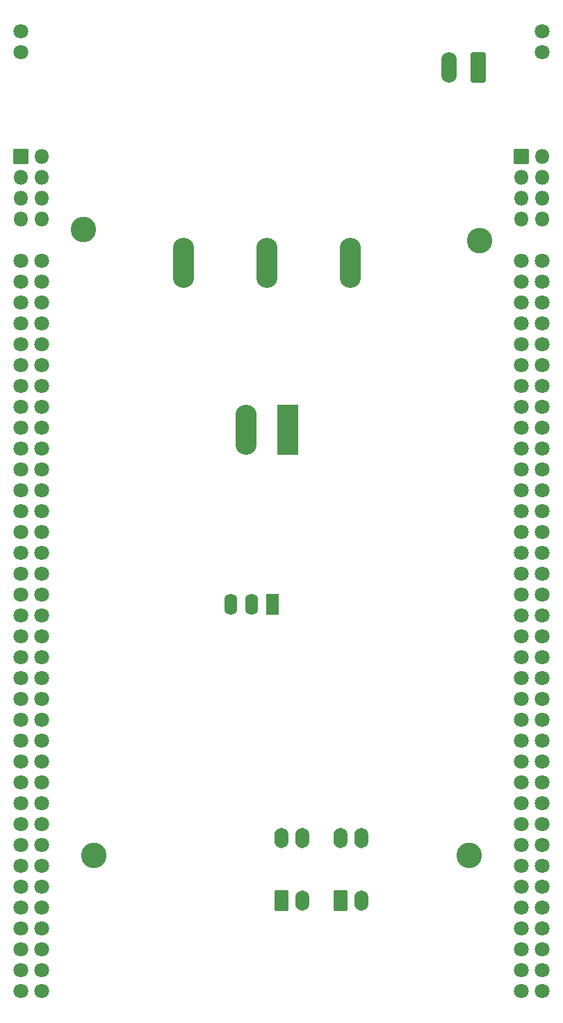
<source format=gbr>
%TF.GenerationSoftware,KiCad,Pcbnew,(6.0.7-1)-1*%
%TF.CreationDate,2022-08-23T12:38:48-05:00*%
%TF.ProjectId,NR1B-Power,4e523142-2d50-46f7-9765-722e6b696361,rev?*%
%TF.SameCoordinates,Original*%
%TF.FileFunction,Soldermask,Bot*%
%TF.FilePolarity,Negative*%
%FSLAX46Y46*%
G04 Gerber Fmt 4.6, Leading zero omitted, Abs format (unit mm)*
G04 Created by KiCad (PCBNEW (6.0.7-1)-1) date 2022-08-23 12:38:48*
%MOMM*%
%LPD*%
G01*
G04 APERTURE LIST*
G04 Aperture macros list*
%AMRoundRect*
0 Rectangle with rounded corners*
0 $1 Rounding radius*
0 $2 $3 $4 $5 $6 $7 $8 $9 X,Y pos of 4 corners*
0 Add a 4 corners polygon primitive as box body*
4,1,4,$2,$3,$4,$5,$6,$7,$8,$9,$2,$3,0*
0 Add four circle primitives for the rounded corners*
1,1,$1+$1,$2,$3*
1,1,$1+$1,$4,$5*
1,1,$1+$1,$6,$7*
1,1,$1+$1,$8,$9*
0 Add four rect primitives between the rounded corners*
20,1,$1+$1,$2,$3,$4,$5,0*
20,1,$1+$1,$4,$5,$6,$7,0*
20,1,$1+$1,$6,$7,$8,$9,0*
20,1,$1+$1,$8,$9,$2,$3,0*%
G04 Aperture macros list end*
%ADD10RoundRect,0.050800X-0.850000X-0.850000X0.850000X-0.850000X0.850000X0.850000X-0.850000X0.850000X0*%
%ADD11O,1.801600X1.801600*%
%ADD12RoundRect,0.050800X0.800000X-1.200000X0.800000X1.200000X-0.800000X1.200000X-0.800000X-1.200000X0*%
%ADD13O,1.701600X2.501600*%
%ADD14C,3.101600*%
%ADD15C,1.801600*%
%ADD16RoundRect,0.050800X0.750000X1.250000X-0.750000X1.250000X-0.750000X-1.250000X0.750000X-1.250000X0*%
%ADD17O,1.601600X2.601600*%
%ADD18RoundRect,0.050800X-1.250000X3.000000X-1.250000X-3.000000X1.250000X-3.000000X1.250000X3.000000X0*%
%ADD19O,2.601600X6.101600*%
%ADD20RoundRect,0.300800X0.650000X1.550000X-0.650000X1.550000X-0.650000X-1.550000X0.650000X-1.550000X0*%
%ADD21O,1.901600X3.701600*%
G04 APERTURE END LIST*
D10*
%TO.C,J2*%
X163000000Y-99300000D03*
D11*
X165540000Y-99300000D03*
X163000000Y-101840000D03*
X165540000Y-101840000D03*
X163000000Y-104380000D03*
X165540000Y-104380000D03*
X163000000Y-106920000D03*
X165540000Y-106920000D03*
%TD*%
D12*
%TO.C,U4*%
X194725000Y-189825000D03*
D13*
X197265000Y-189825000D03*
X197265000Y-182205000D03*
X194725000Y-182205000D03*
%TD*%
D14*
%TO.C,X1*%
X218900000Y-109500000D03*
X217600000Y-184400000D03*
X171890000Y-184390000D03*
X170620000Y-108190000D03*
D15*
X163000000Y-112000000D03*
X165540000Y-112000000D03*
X163000000Y-114540000D03*
X165540000Y-114540000D03*
X163000000Y-117080000D03*
X165540000Y-117080000D03*
X163000000Y-119620000D03*
X165540000Y-119620000D03*
X163000000Y-122160000D03*
X165540000Y-122160000D03*
X163000000Y-124700000D03*
X165540000Y-124700000D03*
X163000000Y-127240000D03*
X165540000Y-127240000D03*
X163000000Y-129780000D03*
X165540000Y-129780000D03*
X163000000Y-132320000D03*
X165540000Y-132320000D03*
X163000000Y-134860000D03*
X165540000Y-134860000D03*
X163000000Y-137400000D03*
X165540000Y-137400000D03*
X163000000Y-139940000D03*
X165540000Y-139940000D03*
X163000000Y-142480000D03*
X165540000Y-142480000D03*
X163000000Y-145020000D03*
X165540000Y-145020000D03*
X163000000Y-147560000D03*
X165540000Y-147560000D03*
X163000000Y-150100000D03*
X165540000Y-150100000D03*
X163000000Y-152640000D03*
X165540000Y-152640000D03*
X163000000Y-155180000D03*
X165540000Y-155180000D03*
X163000000Y-157720000D03*
X165540000Y-157720000D03*
X163000000Y-160260000D03*
X165540000Y-160260000D03*
X163000000Y-162800000D03*
X165540000Y-162800000D03*
X163000000Y-165340000D03*
X165540000Y-165340000D03*
X163000000Y-167880000D03*
X165540000Y-167880000D03*
X163000000Y-170420000D03*
X165540000Y-170420000D03*
X163000000Y-172960000D03*
X165540000Y-172960000D03*
X163000000Y-175500000D03*
X165540000Y-175500000D03*
X163000000Y-178040000D03*
X165540000Y-178040000D03*
X163000000Y-180580000D03*
X165540000Y-180580000D03*
X163000000Y-183120000D03*
X165540000Y-183120000D03*
X163000000Y-185660000D03*
X165540000Y-185660000D03*
X163000000Y-188200000D03*
X165540000Y-188200000D03*
X163000000Y-190740000D03*
X165540000Y-190740000D03*
X163000000Y-193280000D03*
X165540000Y-193280000D03*
X163000000Y-195820000D03*
X165540000Y-195820000D03*
X163000000Y-198360000D03*
X165540000Y-198360000D03*
X163000000Y-200900000D03*
X165540000Y-200900000D03*
X223960000Y-112000000D03*
X226500000Y-112000000D03*
X223960000Y-114540000D03*
X226500000Y-114540000D03*
X223960000Y-117080000D03*
X226500000Y-117080000D03*
X223960000Y-119620000D03*
X226500000Y-119620000D03*
X223960000Y-122160000D03*
X226500000Y-122160000D03*
X223960000Y-124700000D03*
X226500000Y-124700000D03*
X223960000Y-127240000D03*
X226500000Y-127240000D03*
X223960000Y-129780000D03*
X226500000Y-129780000D03*
X223960000Y-132320000D03*
X226500000Y-132320000D03*
X223960000Y-134860000D03*
X226500000Y-134860000D03*
X223960000Y-137400000D03*
X226500000Y-137400000D03*
X223960000Y-139940000D03*
X226500000Y-139940000D03*
X223960000Y-142480000D03*
X226500000Y-142480000D03*
X223960000Y-145020000D03*
X226500000Y-145020000D03*
X223960000Y-147560000D03*
X226500000Y-147560000D03*
X223960000Y-150100000D03*
X226500000Y-150100000D03*
X223960000Y-152640000D03*
X226500000Y-152640000D03*
X223960000Y-155180000D03*
X226500000Y-155180000D03*
X223960000Y-157720000D03*
X226500000Y-157720000D03*
X223960000Y-160260000D03*
X226500000Y-160260000D03*
X223960000Y-162800000D03*
X226500000Y-162800000D03*
X223960000Y-165340000D03*
X226500000Y-165340000D03*
X223960000Y-167880000D03*
X226500000Y-167880000D03*
X223960000Y-170420000D03*
X226500000Y-170420000D03*
X223960000Y-172960000D03*
X226500000Y-172960000D03*
X223960000Y-175500000D03*
X226500000Y-175500000D03*
X223960000Y-178040000D03*
X226500000Y-178040000D03*
X223960000Y-180580000D03*
X226500000Y-180580000D03*
X223960000Y-183120000D03*
X226500000Y-183120000D03*
X223960000Y-185660000D03*
X226500000Y-185660000D03*
X223960000Y-188200000D03*
X226500000Y-188200000D03*
X223960000Y-190740000D03*
X226500000Y-190740000D03*
X223960000Y-193280000D03*
X226500000Y-193280000D03*
X223960000Y-195820000D03*
X226500000Y-195820000D03*
X223960000Y-198360000D03*
X226500000Y-198360000D03*
X223960000Y-200900000D03*
X226500000Y-200900000D03*
X163000000Y-84060000D03*
X163000000Y-86600000D03*
X226500000Y-84060000D03*
X226500000Y-86600000D03*
%TD*%
D16*
%TO.C,U1*%
X193682500Y-153817500D03*
D17*
X191142500Y-153817500D03*
X188602500Y-153817500D03*
%TD*%
D18*
%TO.C,U2*%
X195540000Y-132535000D03*
D19*
X190460000Y-132535000D03*
X203160000Y-112215000D03*
X193000000Y-112215000D03*
X182840000Y-112215000D03*
%TD*%
D20*
%TO.C,J3*%
X218695000Y-88432500D03*
D21*
X215195000Y-88432500D03*
%TD*%
D10*
%TO.C,J1*%
X224000000Y-99300000D03*
D11*
X226540000Y-99300000D03*
X224000000Y-101840000D03*
X226540000Y-101840000D03*
X224000000Y-104380000D03*
X226540000Y-104380000D03*
X224000000Y-106920000D03*
X226540000Y-106920000D03*
%TD*%
D12*
%TO.C,U3*%
X201975000Y-189825000D03*
D13*
X204515000Y-189825000D03*
X204515000Y-182205000D03*
X201975000Y-182205000D03*
%TD*%
M02*

</source>
